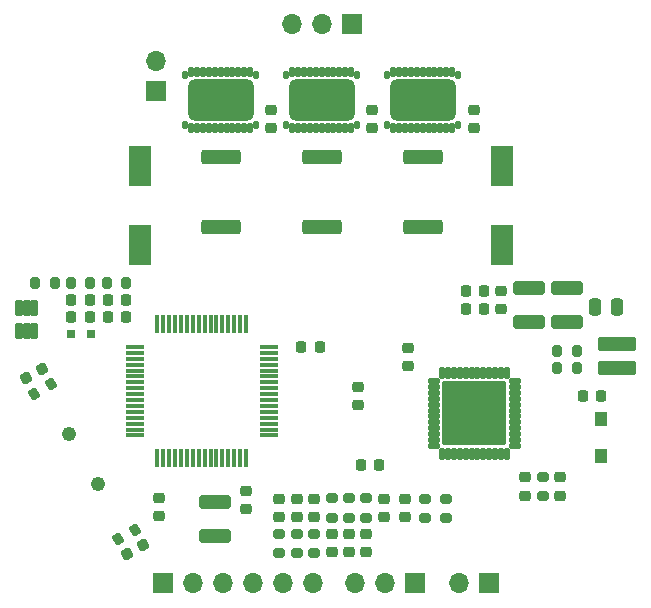
<source format=gbr>
%TF.GenerationSoftware,KiCad,Pcbnew,7.0.9*%
%TF.CreationDate,2023-12-12T05:21:09-05:00*%
%TF.ProjectId,MotorDriver,4d6f746f-7244-4726-9976-65722e6b6963,rev?*%
%TF.SameCoordinates,Original*%
%TF.FileFunction,Soldermask,Top*%
%TF.FilePolarity,Negative*%
%FSLAX46Y46*%
G04 Gerber Fmt 4.6, Leading zero omitted, Abs format (unit mm)*
G04 Created by KiCad (PCBNEW 7.0.9) date 2023-12-12 05:21:09*
%MOMM*%
%LPD*%
G01*
G04 APERTURE LIST*
G04 Aperture macros list*
%AMRoundRect*
0 Rectangle with rounded corners*
0 $1 Rounding radius*
0 $2 $3 $4 $5 $6 $7 $8 $9 X,Y pos of 4 corners*
0 Add a 4 corners polygon primitive as box body*
4,1,4,$2,$3,$4,$5,$6,$7,$8,$9,$2,$3,0*
0 Add four circle primitives for the rounded corners*
1,1,$1+$1,$2,$3*
1,1,$1+$1,$4,$5*
1,1,$1+$1,$6,$7*
1,1,$1+$1,$8,$9*
0 Add four rect primitives between the rounded corners*
20,1,$1+$1,$2,$3,$4,$5,0*
20,1,$1+$1,$4,$5,$6,$7,0*
20,1,$1+$1,$6,$7,$8,$9,0*
20,1,$1+$1,$8,$9,$2,$3,0*%
G04 Aperture macros list end*
%ADD10RoundRect,0.102000X1.500000X-0.500000X1.500000X0.500000X-1.500000X0.500000X-1.500000X-0.500000X0*%
%ADD11R,1.092200X1.143000*%
%ADD12RoundRect,0.250000X0.250000X0.475000X-0.250000X0.475000X-0.250000X-0.475000X0.250000X-0.475000X0*%
%ADD13RoundRect,0.250000X1.100000X-0.325000X1.100000X0.325000X-1.100000X0.325000X-1.100000X-0.325000X0*%
%ADD14RoundRect,0.075000X-0.700000X-0.075000X0.700000X-0.075000X0.700000X0.075000X-0.700000X0.075000X0*%
%ADD15RoundRect,0.075000X-0.075000X-0.700000X0.075000X-0.700000X0.075000X0.700000X-0.075000X0.700000X0*%
%ADD16RoundRect,0.122000X0.180000X-0.575000X0.180000X0.575000X-0.180000X0.575000X-0.180000X-0.575000X0*%
%ADD17RoundRect,0.225000X0.250000X-0.225000X0.250000X0.225000X-0.250000X0.225000X-0.250000X-0.225000X0*%
%ADD18RoundRect,0.250000X-1.425000X0.362500X-1.425000X-0.362500X1.425000X-0.362500X1.425000X0.362500X0*%
%ADD19RoundRect,0.114500X-0.112500X-0.337500X0.112500X-0.337500X0.112500X0.337500X-0.112500X0.337500X0*%
%ADD20RoundRect,0.113250X-0.176250X0.203750X-0.176250X-0.203750X0.176250X-0.203750X0.176250X0.203750X0*%
%ADD21RoundRect,0.564000X-2.238000X1.188000X-2.238000X-1.188000X2.238000X-1.188000X2.238000X1.188000X0*%
%ADD22R,1.700000X1.700000*%
%ADD23O,1.700000X1.700000*%
%ADD24R,1.905000X3.352800*%
%ADD25RoundRect,0.225000X0.225000X0.250000X-0.225000X0.250000X-0.225000X-0.250000X0.225000X-0.250000X0*%
%ADD26RoundRect,0.225000X0.069856X0.329006X-0.319856X0.104006X-0.069856X-0.329006X0.319856X-0.104006X0*%
%ADD27RoundRect,0.200000X-0.200000X-0.275000X0.200000X-0.275000X0.200000X0.275000X-0.200000X0.275000X0*%
%ADD28RoundRect,0.225000X-0.250000X0.225000X-0.250000X-0.225000X0.250000X-0.225000X0.250000X0.225000X0*%
%ADD29RoundRect,0.225000X-0.225000X-0.250000X0.225000X-0.250000X0.225000X0.250000X-0.225000X0.250000X0*%
%ADD30RoundRect,0.200000X-0.275000X0.200000X-0.275000X-0.200000X0.275000X-0.200000X0.275000X0.200000X0*%
%ADD31RoundRect,0.200000X0.275000X-0.200000X0.275000X0.200000X-0.275000X0.200000X-0.275000X-0.200000X0*%
%ADD32RoundRect,0.218750X0.256250X-0.218750X0.256250X0.218750X-0.256250X0.218750X-0.256250X-0.218750X0*%
%ADD33RoundRect,0.200000X0.035705X0.338157X-0.310705X0.138157X-0.035705X-0.338157X0.310705X-0.138157X0*%
%ADD34RoundRect,0.218750X-0.256250X0.218750X-0.256250X-0.218750X0.256250X-0.218750X0.256250X0.218750X0*%
%ADD35RoundRect,0.200000X0.200000X0.275000X-0.200000X0.275000X-0.200000X-0.275000X0.200000X-0.275000X0*%
%ADD36C,1.211000*%
%ADD37RoundRect,0.109800X-0.122200X0.422200X-0.122200X-0.422200X0.122200X-0.422200X0.122200X0.422200X0*%
%ADD38RoundRect,0.109800X-0.422200X-0.122200X0.422200X-0.122200X0.422200X0.122200X-0.422200X0.122200X0*%
%ADD39RoundRect,0.102000X-2.575000X2.575000X-2.575000X-2.575000X2.575000X-2.575000X2.575000X2.575000X0*%
%ADD40R,0.655600X0.800000*%
G04 APERTURE END LIST*
D10*
%TO.C,L2*%
X108889800Y-138236200D03*
X108889800Y-136236200D03*
%TD*%
D11*
%TO.C,D5*%
X107543600Y-142608300D03*
X107543600Y-145681700D03*
%TD*%
D12*
%TO.C,C23*%
X108900000Y-133070600D03*
X107000000Y-133070600D03*
%TD*%
D13*
%TO.C,C14*%
X104622600Y-134418600D03*
X104622600Y-131468600D03*
%TD*%
%TO.C,C13*%
X101422200Y-134418600D03*
X101422200Y-131468600D03*
%TD*%
%TO.C,C11*%
X74853800Y-152528800D03*
X74853800Y-149578800D03*
%TD*%
D14*
%TO.C,U1*%
X68035800Y-136483400D03*
X68035800Y-136983400D03*
X68035800Y-137483400D03*
X68035800Y-137983400D03*
X68035800Y-138483400D03*
X68035800Y-138983400D03*
X68035800Y-139483400D03*
X68035800Y-139983400D03*
X68035800Y-140483400D03*
X68035800Y-140983400D03*
X68035800Y-141483400D03*
X68035800Y-141983400D03*
X68035800Y-142483400D03*
X68035800Y-142983400D03*
X68035800Y-143483400D03*
X68035800Y-143983400D03*
D15*
X69960800Y-145908400D03*
X70460800Y-145908400D03*
X70960800Y-145908400D03*
X71460800Y-145908400D03*
X71960800Y-145908400D03*
X72460800Y-145908400D03*
X72960800Y-145908400D03*
X73460800Y-145908400D03*
X73960800Y-145908400D03*
X74460800Y-145908400D03*
X74960800Y-145908400D03*
X75460800Y-145908400D03*
X75960800Y-145908400D03*
X76460800Y-145908400D03*
X76960800Y-145908400D03*
X77460800Y-145908400D03*
D14*
X79385800Y-143983400D03*
X79385800Y-143483400D03*
X79385800Y-142983400D03*
X79385800Y-142483400D03*
X79385800Y-141983400D03*
X79385800Y-141483400D03*
X79385800Y-140983400D03*
X79385800Y-140483400D03*
X79385800Y-139983400D03*
X79385800Y-139483400D03*
X79385800Y-138983400D03*
X79385800Y-138483400D03*
X79385800Y-137983400D03*
X79385800Y-137483400D03*
X79385800Y-136983400D03*
X79385800Y-136483400D03*
D15*
X77460800Y-134558400D03*
X76960800Y-134558400D03*
X76460800Y-134558400D03*
X75960800Y-134558400D03*
X75460800Y-134558400D03*
X74960800Y-134558400D03*
X74460800Y-134558400D03*
X73960800Y-134558400D03*
X73460800Y-134558400D03*
X72960800Y-134558400D03*
X72460800Y-134558400D03*
X71960800Y-134558400D03*
X71460800Y-134558400D03*
X70960800Y-134558400D03*
X70460800Y-134558400D03*
X69960800Y-134558400D03*
%TD*%
D16*
%TO.C,U7*%
X58252600Y-135141800D03*
X58902600Y-135141800D03*
X59552600Y-135141800D03*
X59552600Y-133221800D03*
X58902600Y-133221800D03*
X58252600Y-133221800D03*
%TD*%
D17*
%TO.C,C4*%
X70129400Y-150787400D03*
X70129400Y-149237400D03*
%TD*%
D18*
%TO.C,R23*%
X83870800Y-120430700D03*
X83870800Y-126355700D03*
%TD*%
D19*
%TO.C,U5*%
X94921304Y-113248084D03*
X94421304Y-113248084D03*
X93921304Y-113248084D03*
X93421304Y-113248084D03*
X92921304Y-113248084D03*
X92421304Y-113248084D03*
X91921304Y-113248084D03*
X91421304Y-113248084D03*
X90921304Y-113248084D03*
X90421304Y-113248084D03*
X89921304Y-113248084D03*
X89921304Y-117948084D03*
X90421304Y-117948084D03*
X90921304Y-117948084D03*
X91421304Y-117948084D03*
X91921304Y-117948084D03*
X92421304Y-117948084D03*
X92921304Y-117948084D03*
X93421304Y-117948084D03*
X93921304Y-117948084D03*
X94421304Y-117948084D03*
X94921304Y-117948084D03*
D20*
X95434304Y-113483084D03*
X89408304Y-113483084D03*
X89408304Y-117713084D03*
X95434304Y-117713084D03*
D21*
X92421304Y-115598084D03*
%TD*%
D22*
%TO.C,J2*%
X70408800Y-156514800D03*
D23*
X72948800Y-156514800D03*
X75488800Y-156514800D03*
X78028800Y-156514800D03*
X80568800Y-156514800D03*
X83108800Y-156514800D03*
%TD*%
D24*
%TO.C,C27*%
X68503800Y-121183400D03*
X68503800Y-127838200D03*
%TD*%
D25*
%TO.C,C15*%
X97599800Y-131749800D03*
X96049800Y-131749800D03*
%TD*%
D26*
%TO.C,C1*%
X60167670Y-138369211D03*
X58825330Y-139144211D03*
%TD*%
D22*
%TO.C,J3*%
X97998200Y-156514800D03*
D23*
X95458200Y-156514800D03*
%TD*%
D18*
%TO.C,R26*%
X75320296Y-120430700D03*
X75320296Y-126355700D03*
%TD*%
D27*
%TO.C,R12*%
X103823000Y-138277600D03*
X105473000Y-138277600D03*
%TD*%
D28*
%TO.C,C31*%
X84709000Y-152336200D03*
X84709000Y-153886200D03*
%TD*%
D26*
%TO.C,C2*%
X68765570Y-153261210D03*
X67423230Y-154036210D03*
%TD*%
D27*
%TO.C,R16*%
X59627000Y-131038600D03*
X61277000Y-131038600D03*
%TD*%
D22*
%TO.C,J4*%
X69824600Y-114838400D03*
D23*
X69824600Y-112298400D03*
%TD*%
D24*
%TO.C,C26*%
X99161600Y-121183400D03*
X99161600Y-127838200D03*
%TD*%
D28*
%TO.C,C32*%
X88138000Y-116420600D03*
X88138000Y-117970600D03*
%TD*%
D29*
%TO.C,C17*%
X96049800Y-133273800D03*
X97599800Y-133273800D03*
%TD*%
D28*
%TO.C,C20*%
X91186000Y-136537400D03*
X91186000Y-138087400D03*
%TD*%
D30*
%TO.C,R20*%
X84709000Y-149314400D03*
X84709000Y-150964400D03*
%TD*%
D31*
%TO.C,R10*%
X94361000Y-150977600D03*
X94361000Y-149327600D03*
%TD*%
D30*
%TO.C,R3*%
X80289400Y-152286200D03*
X80289400Y-153936200D03*
%TD*%
D25*
%TO.C,C6*%
X83706000Y-136499600D03*
X82156000Y-136499600D03*
%TD*%
%TO.C,C8*%
X64224200Y-133985000D03*
X62674200Y-133985000D03*
%TD*%
D28*
%TO.C,C28*%
X87655400Y-152336200D03*
X87655400Y-153886200D03*
%TD*%
D17*
%TO.C,C22*%
X86969600Y-141389401D03*
X86969600Y-139839401D03*
%TD*%
D30*
%TO.C,R18*%
X87655400Y-149314400D03*
X87655400Y-150964400D03*
%TD*%
D17*
%TO.C,C18*%
X99060000Y-133286800D03*
X99060000Y-131736800D03*
%TD*%
D32*
%TO.C,D1*%
X83235800Y-150926900D03*
X83235800Y-149351900D03*
%TD*%
D19*
%TO.C,U8*%
X77820296Y-113248084D03*
X77320296Y-113248084D03*
X76820296Y-113248084D03*
X76320296Y-113248084D03*
X75820296Y-113248084D03*
X75320296Y-113248084D03*
X74820296Y-113248084D03*
X74320296Y-113248084D03*
X73820296Y-113248084D03*
X73320296Y-113248084D03*
X72820296Y-113248084D03*
X72820296Y-117948084D03*
X73320296Y-117948084D03*
X73820296Y-117948084D03*
X74320296Y-117948084D03*
X74820296Y-117948084D03*
X75320296Y-117948084D03*
X75820296Y-117948084D03*
X76320296Y-117948084D03*
X76820296Y-117948084D03*
X77320296Y-117948084D03*
X77820296Y-117948084D03*
D20*
X78333296Y-113483084D03*
X72307296Y-113483084D03*
X72307296Y-117713084D03*
X78333296Y-117713084D03*
D21*
X75320296Y-115598084D03*
%TD*%
D28*
%TO.C,C34*%
X79603600Y-116395200D03*
X79603600Y-117945200D03*
%TD*%
D27*
%TO.C,R17*%
X62612000Y-131038600D03*
X64262000Y-131038600D03*
%TD*%
D29*
%TO.C,C7*%
X65747600Y-132511800D03*
X67297600Y-132511800D03*
%TD*%
D30*
%TO.C,R27*%
X102590600Y-147460200D03*
X102590600Y-149110200D03*
%TD*%
D32*
%TO.C,D4*%
X90886066Y-150920100D03*
X90886066Y-149345100D03*
%TD*%
D33*
%TO.C,R5*%
X68072271Y-151960382D03*
X66643329Y-152785382D03*
%TD*%
D29*
%TO.C,C21*%
X105993600Y-140614400D03*
X107543600Y-140614400D03*
%TD*%
D28*
%TO.C,C12*%
X89128600Y-149377600D03*
X89128600Y-150927600D03*
%TD*%
D19*
%TO.C,U6*%
X86370800Y-113248084D03*
X85870800Y-113248084D03*
X85370800Y-113248084D03*
X84870800Y-113248084D03*
X84370800Y-113248084D03*
X83870800Y-113248084D03*
X83370800Y-113248084D03*
X82870800Y-113248084D03*
X82370800Y-113248084D03*
X81870800Y-113248084D03*
X81370800Y-113248084D03*
X81370800Y-117948084D03*
X81870800Y-117948084D03*
X82370800Y-117948084D03*
X82870800Y-117948084D03*
X83370800Y-117948084D03*
X83870800Y-117948084D03*
X84370800Y-117948084D03*
X84870800Y-117948084D03*
X85370800Y-117948084D03*
X85870800Y-117948084D03*
X86370800Y-117948084D03*
D20*
X86883800Y-113483084D03*
X80857800Y-113483084D03*
X80857800Y-117713084D03*
X86883800Y-117713084D03*
D21*
X83870800Y-115598084D03*
%TD*%
D28*
%TO.C,C24*%
X96748600Y-116420600D03*
X96748600Y-117970600D03*
%TD*%
D22*
%TO.C,J5*%
X86410800Y-109169200D03*
D23*
X83870800Y-109169200D03*
X81330800Y-109169200D03*
%TD*%
D31*
%TO.C,R9*%
X92643532Y-150977600D03*
X92643532Y-149327600D03*
%TD*%
D28*
%TO.C,C16*%
X101092000Y-147522600D03*
X101092000Y-149072600D03*
%TD*%
D30*
%TO.C,R2*%
X81762600Y-152286200D03*
X81762600Y-153936200D03*
%TD*%
D29*
%TO.C,C19*%
X87159800Y-146456401D03*
X88709800Y-146456401D03*
%TD*%
D34*
%TO.C,D6*%
X104063800Y-147497800D03*
X104063800Y-149072800D03*
%TD*%
D29*
%TO.C,C3*%
X65747600Y-133985000D03*
X67297600Y-133985000D03*
%TD*%
D33*
%TO.C,R4*%
X60947571Y-139620039D03*
X59518629Y-140445039D03*
%TD*%
D28*
%TO.C,C29*%
X86182200Y-152336200D03*
X86182200Y-153886200D03*
%TD*%
D35*
%TO.C,R11*%
X105447600Y-136804400D03*
X103797600Y-136804400D03*
%TD*%
D22*
%TO.C,J1*%
X91770200Y-156514800D03*
D23*
X89230200Y-156514800D03*
X86690200Y-156514800D03*
%TD*%
D36*
%TO.C,Y2*%
X64894800Y-148106841D03*
X62454800Y-143880637D03*
%TD*%
D37*
%TO.C,U4*%
X99560381Y-138685000D03*
X99060381Y-138685000D03*
X98560381Y-138685000D03*
X98060381Y-138685000D03*
X97560381Y-138685000D03*
X97060381Y-138685000D03*
X96560381Y-138685000D03*
X96060381Y-138685000D03*
X95560381Y-138685000D03*
X95060381Y-138685000D03*
X94560381Y-138685000D03*
X94060381Y-138685000D03*
D38*
X93375381Y-139370000D03*
X93375381Y-139870000D03*
X93375381Y-140370000D03*
X93375381Y-140870000D03*
X93375381Y-141370000D03*
X93375381Y-141870000D03*
X93375381Y-142370000D03*
X93375381Y-142870000D03*
X93375381Y-143370000D03*
X93375381Y-143870000D03*
X93375381Y-144370000D03*
X93375381Y-144870000D03*
D37*
X94060381Y-145555000D03*
X94560381Y-145555000D03*
X95060381Y-145555000D03*
X95560381Y-145555000D03*
X96060381Y-145555000D03*
X96560381Y-145555000D03*
X97060381Y-145555000D03*
X97560381Y-145555000D03*
X98060381Y-145555000D03*
X98560381Y-145555000D03*
X99060381Y-145555000D03*
X99560381Y-145555000D03*
D38*
X100245381Y-144870000D03*
X100245381Y-144370000D03*
X100245381Y-143870000D03*
X100245381Y-143370000D03*
X100245381Y-142870000D03*
X100245381Y-142370000D03*
X100245381Y-141870000D03*
X100245381Y-141370000D03*
X100245381Y-140870000D03*
X100245381Y-140370000D03*
X100245381Y-139870000D03*
X100245381Y-139370000D03*
D39*
X96810381Y-142120000D03*
%TD*%
D40*
%TO.C,L1*%
X62674200Y-135432800D03*
X64329800Y-135432800D03*
%TD*%
D29*
%TO.C,C30*%
X62674200Y-132511800D03*
X64224200Y-132511800D03*
%TD*%
D18*
%TO.C,R15*%
X92421304Y-120430700D03*
X92421304Y-126355700D03*
%TD*%
D30*
%TO.C,R1*%
X83235800Y-152286200D03*
X83235800Y-153936200D03*
%TD*%
D35*
%TO.C,R6*%
X67335400Y-131038600D03*
X65685400Y-131038600D03*
%TD*%
D32*
%TO.C,D3*%
X80289400Y-150926900D03*
X80289400Y-149351900D03*
%TD*%
D17*
%TO.C,C5*%
X77495400Y-150241600D03*
X77495400Y-148691600D03*
%TD*%
D30*
%TO.C,R19*%
X86182200Y-149314400D03*
X86182200Y-150964400D03*
%TD*%
D32*
%TO.C,D2*%
X81762600Y-150926900D03*
X81762600Y-149351900D03*
%TD*%
M02*

</source>
